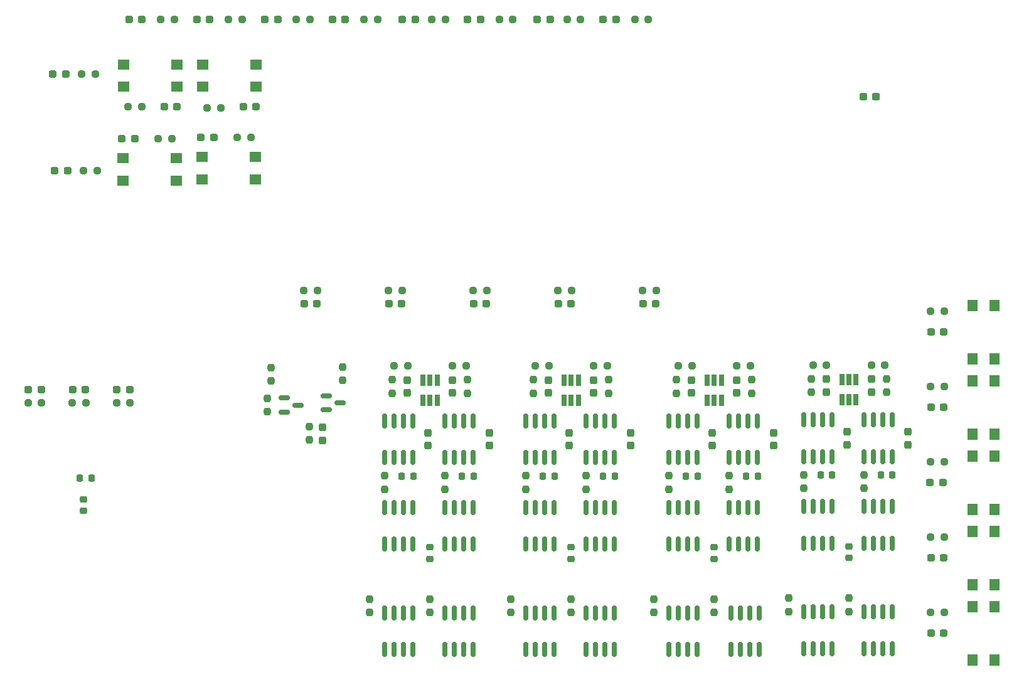
<source format=gtp>
G04 #@! TF.GenerationSoftware,KiCad,Pcbnew,(6.0.7)*
G04 #@! TF.CreationDate,2023-03-20T22:10:27-05:00*
G04 #@! TF.ProjectId,ScienceMotorController,53636965-6e63-4654-9d6f-746f72436f6e,rev?*
G04 #@! TF.SameCoordinates,Original*
G04 #@! TF.FileFunction,Paste,Top*
G04 #@! TF.FilePolarity,Positive*
%FSLAX46Y46*%
G04 Gerber Fmt 4.6, Leading zero omitted, Abs format (unit mm)*
G04 Created by KiCad (PCBNEW (6.0.7)) date 2023-03-20 22:10:27*
%MOMM*%
%LPD*%
G01*
G04 APERTURE LIST*
G04 Aperture macros list*
%AMRoundRect*
0 Rectangle with rounded corners*
0 $1 Rounding radius*
0 $2 $3 $4 $5 $6 $7 $8 $9 X,Y pos of 4 corners*
0 Add a 4 corners polygon primitive as box body*
4,1,4,$2,$3,$4,$5,$6,$7,$8,$9,$2,$3,0*
0 Add four circle primitives for the rounded corners*
1,1,$1+$1,$2,$3*
1,1,$1+$1,$4,$5*
1,1,$1+$1,$6,$7*
1,1,$1+$1,$8,$9*
0 Add four rect primitives between the rounded corners*
20,1,$1+$1,$2,$3,$4,$5,0*
20,1,$1+$1,$4,$5,$6,$7,0*
20,1,$1+$1,$6,$7,$8,$9,0*
20,1,$1+$1,$8,$9,$2,$3,0*%
G04 Aperture macros list end*
%ADD10RoundRect,0.237500X0.237500X-0.250000X0.237500X0.250000X-0.237500X0.250000X-0.237500X-0.250000X0*%
%ADD11RoundRect,0.237500X-0.237500X0.250000X-0.237500X-0.250000X0.237500X-0.250000X0.237500X0.250000X0*%
%ADD12RoundRect,0.237500X-0.250000X-0.237500X0.250000X-0.237500X0.250000X0.237500X-0.250000X0.237500X0*%
%ADD13RoundRect,0.225000X0.225000X0.250000X-0.225000X0.250000X-0.225000X-0.250000X0.225000X-0.250000X0*%
%ADD14RoundRect,0.225000X0.250000X-0.225000X0.250000X0.225000X-0.250000X0.225000X-0.250000X-0.225000X0*%
%ADD15RoundRect,0.237500X0.250000X0.237500X-0.250000X0.237500X-0.250000X-0.237500X0.250000X-0.237500X0*%
%ADD16RoundRect,0.150000X-0.150000X0.825000X-0.150000X-0.825000X0.150000X-0.825000X0.150000X0.825000X0*%
%ADD17RoundRect,0.237500X-0.287500X-0.237500X0.287500X-0.237500X0.287500X0.237500X-0.287500X0.237500X0*%
%ADD18RoundRect,0.237500X0.287500X0.237500X-0.287500X0.237500X-0.287500X-0.237500X0.287500X-0.237500X0*%
%ADD19RoundRect,0.225000X-0.225000X-0.250000X0.225000X-0.250000X0.225000X0.250000X-0.225000X0.250000X0*%
%ADD20RoundRect,0.237500X0.237500X-0.287500X0.237500X0.287500X-0.237500X0.287500X-0.237500X-0.287500X0*%
%ADD21R,0.650000X1.560000*%
%ADD22RoundRect,0.150000X-0.587500X-0.150000X0.587500X-0.150000X0.587500X0.150000X-0.587500X0.150000X0*%
%ADD23RoundRect,0.237500X0.300000X0.237500X-0.300000X0.237500X-0.300000X-0.237500X0.300000X-0.237500X0*%
%ADD24R,1.400000X1.600000*%
%ADD25R,1.600000X1.400000*%
%ADD26RoundRect,0.237500X-0.237500X0.287500X-0.237500X-0.287500X0.237500X-0.287500X0.237500X0.287500X0*%
G04 APERTURE END LIST*
D10*
X177927000Y-92606500D03*
X177927000Y-90781500D03*
D11*
X136525000Y-103735500D03*
X136525000Y-105560500D03*
D12*
X125579500Y-42164000D03*
X127404500Y-42164000D03*
D10*
X118230350Y-98919700D03*
X118230350Y-97094700D03*
D12*
X202033500Y-81534000D03*
X203858500Y-81534000D03*
X137517500Y-88900000D03*
X139342500Y-88900000D03*
D13*
X132220000Y-103759000D03*
X130670000Y-103759000D03*
D14*
X153543000Y-114948000D03*
X153543000Y-113398000D03*
D15*
X187983500Y-88773000D03*
X186158500Y-88773000D03*
D16*
X196850000Y-96204000D03*
X195580000Y-96204000D03*
X194310000Y-96204000D03*
X193040000Y-96204000D03*
X193040000Y-101154000D03*
X194310000Y-101154000D03*
X195580000Y-101154000D03*
X196850000Y-101154000D03*
X132207000Y-122239000D03*
X130937000Y-122239000D03*
X129667000Y-122239000D03*
X128397000Y-122239000D03*
X128397000Y-127189000D03*
X129667000Y-127189000D03*
X130937000Y-127189000D03*
X132207000Y-127189000D03*
X178943000Y-122239000D03*
X177673000Y-122239000D03*
X176403000Y-122239000D03*
X175133000Y-122239000D03*
X175133000Y-127189000D03*
X176403000Y-127189000D03*
X177673000Y-127189000D03*
X178943000Y-127189000D03*
D17*
X140349000Y-80518000D03*
X142099000Y-80518000D03*
D12*
X151741500Y-78740000D03*
X153566500Y-78740000D03*
D10*
X158623000Y-92606500D03*
X158623000Y-90781500D03*
D18*
X100379500Y-53924200D03*
X98629500Y-53924200D03*
D11*
X145415000Y-120372500D03*
X145415000Y-122197500D03*
D12*
X202033500Y-101854000D03*
X203858500Y-101854000D03*
D18*
X203821000Y-84328000D03*
X202071000Y-84328000D03*
D16*
X178689000Y-96331000D03*
X177419000Y-96331000D03*
X176149000Y-96331000D03*
X174879000Y-96331000D03*
X174879000Y-101281000D03*
X176149000Y-101281000D03*
X177419000Y-101281000D03*
X178689000Y-101281000D03*
D12*
X143844000Y-42164000D03*
X145669000Y-42164000D03*
X152988000Y-42164000D03*
X154813000Y-42164000D03*
D11*
X112997950Y-89119100D03*
X112997950Y-90944100D03*
D12*
X80240500Y-93853000D03*
X82065500Y-93853000D03*
D11*
X182880000Y-120245500D03*
X182880000Y-122070500D03*
D19*
X87236000Y-104013000D03*
X88786000Y-104013000D03*
D13*
X178702000Y-103759000D03*
X177152000Y-103759000D03*
D20*
X169799000Y-92569000D03*
X169799000Y-90819000D03*
D16*
X140335000Y-108015000D03*
X139065000Y-108015000D03*
X137795000Y-108015000D03*
X136525000Y-108015000D03*
X136525000Y-112965000D03*
X137795000Y-112965000D03*
X139065000Y-112965000D03*
X140335000Y-112965000D03*
D21*
X191958000Y-90725000D03*
X191008000Y-90725000D03*
X190058000Y-90725000D03*
X190058000Y-93425000D03*
X191008000Y-93425000D03*
X191958000Y-93425000D03*
D11*
X193040000Y-103608500D03*
X193040000Y-105433500D03*
D16*
X151257000Y-108015000D03*
X149987000Y-108015000D03*
X148717000Y-108015000D03*
X147447000Y-108015000D03*
X147447000Y-112965000D03*
X148717000Y-112965000D03*
X149987000Y-112965000D03*
X151257000Y-112965000D03*
D13*
X159398000Y-103759000D03*
X157848000Y-103759000D03*
D17*
X92914500Y-58216800D03*
X94664500Y-58216800D03*
D22*
X120493250Y-92942400D03*
X120493250Y-94842400D03*
X122368250Y-93892400D03*
D12*
X140311500Y-78740000D03*
X142136500Y-78740000D03*
D23*
X194676000Y-52578000D03*
X192951000Y-52578000D03*
D24*
X210669000Y-90888000D03*
X210669000Y-98088000D03*
X207669000Y-90888000D03*
X207669000Y-98088000D03*
D20*
X156591000Y-92569000D03*
X156591000Y-90819000D03*
D10*
X122649950Y-90844400D03*
X122649950Y-89019400D03*
D16*
X159385000Y-122239000D03*
X158115000Y-122239000D03*
X156845000Y-122239000D03*
X155575000Y-122239000D03*
X155575000Y-127189000D03*
X156845000Y-127189000D03*
X158115000Y-127189000D03*
X159385000Y-127189000D03*
D15*
X169822500Y-88900000D03*
X167997500Y-88900000D03*
D20*
X190754000Y-99554000D03*
X190754000Y-97804000D03*
D17*
X83834000Y-62534800D03*
X85584000Y-62534800D03*
D12*
X128881500Y-78740000D03*
X130706500Y-78740000D03*
X134747000Y-42164000D03*
X136572000Y-42164000D03*
D13*
X140348000Y-103759000D03*
X138798000Y-103759000D03*
D16*
X132207000Y-108015000D03*
X130937000Y-108015000D03*
X129667000Y-108015000D03*
X128397000Y-108015000D03*
X128397000Y-112965000D03*
X129667000Y-112965000D03*
X130937000Y-112965000D03*
X132207000Y-112965000D03*
X196850000Y-107888000D03*
X195580000Y-107888000D03*
X194310000Y-107888000D03*
X193040000Y-107888000D03*
X193040000Y-112838000D03*
X194310000Y-112838000D03*
X195580000Y-112838000D03*
X196850000Y-112838000D03*
D12*
X163171500Y-78740000D03*
X164996500Y-78740000D03*
D16*
X159385000Y-108015000D03*
X158115000Y-108015000D03*
X156845000Y-108015000D03*
X155575000Y-108015000D03*
X155575000Y-112965000D03*
X156845000Y-112965000D03*
X158115000Y-112965000D03*
X159385000Y-112965000D03*
D17*
X117489000Y-80518000D03*
X119239000Y-80518000D03*
D11*
X148463000Y-90781500D03*
X148463000Y-92606500D03*
D17*
X103029750Y-42164000D03*
X104779750Y-42164000D03*
D14*
X134493000Y-114948000D03*
X134493000Y-113398000D03*
X172847000Y-114948000D03*
X172847000Y-113398000D03*
D16*
X178689000Y-108015000D03*
X177419000Y-108015000D03*
X176149000Y-108015000D03*
X174879000Y-108015000D03*
X174879000Y-112965000D03*
X176149000Y-112965000D03*
X177419000Y-112965000D03*
X178689000Y-112965000D03*
X151257000Y-96331000D03*
X149987000Y-96331000D03*
X148717000Y-96331000D03*
X147447000Y-96331000D03*
X147447000Y-101281000D03*
X148717000Y-101281000D03*
X149987000Y-101281000D03*
X151257000Y-101281000D03*
D21*
X135443000Y-90852000D03*
X134493000Y-90852000D03*
X133543000Y-90852000D03*
X133543000Y-93552000D03*
X134493000Y-93552000D03*
X135443000Y-93552000D03*
D13*
X196863000Y-103632000D03*
X195313000Y-103632000D03*
D20*
X172593000Y-99681000D03*
X172593000Y-97931000D03*
D10*
X196088000Y-92479500D03*
X196088000Y-90654500D03*
D12*
X202033500Y-122174000D03*
X203858500Y-122174000D03*
D20*
X187960000Y-92442000D03*
X187960000Y-90692000D03*
D17*
X157851500Y-42164000D03*
X159601500Y-42164000D03*
D11*
X153543000Y-120372500D03*
X153543000Y-122197500D03*
D14*
X87757000Y-108471000D03*
X87757000Y-106921000D03*
D24*
X210669000Y-121368000D03*
X210669000Y-128568000D03*
X207669000Y-121368000D03*
X207669000Y-128568000D03*
D12*
X202033500Y-112014000D03*
X203858500Y-112014000D03*
D11*
X172847000Y-120372500D03*
X172847000Y-122197500D03*
D16*
X188722000Y-96204000D03*
X187452000Y-96204000D03*
X186182000Y-96204000D03*
X184912000Y-96204000D03*
X184912000Y-101154000D03*
X186182000Y-101154000D03*
X187452000Y-101154000D03*
X188722000Y-101154000D03*
X170561000Y-122239000D03*
X169291000Y-122239000D03*
X168021000Y-122239000D03*
X166751000Y-122239000D03*
X166751000Y-127189000D03*
X168021000Y-127189000D03*
X169291000Y-127189000D03*
X170561000Y-127189000D03*
D11*
X129413000Y-90781500D03*
X129413000Y-92606500D03*
D17*
X139563500Y-42164000D03*
X141313500Y-42164000D03*
D13*
X151270000Y-103759000D03*
X149720000Y-103759000D03*
D17*
X93867000Y-42164000D03*
X95617000Y-42164000D03*
X128919000Y-80518000D03*
X130669000Y-80518000D03*
D12*
X117451500Y-78740000D03*
X119276500Y-78740000D03*
D11*
X166751000Y-103735500D03*
X166751000Y-105560500D03*
D13*
X170574000Y-103759000D03*
X169024000Y-103759000D03*
D16*
X188722000Y-122112000D03*
X187452000Y-122112000D03*
X186182000Y-122112000D03*
X184912000Y-122112000D03*
X184912000Y-127062000D03*
X186182000Y-127062000D03*
X187452000Y-127062000D03*
X188722000Y-127062000D03*
D12*
X116459000Y-42164000D03*
X118284000Y-42164000D03*
D16*
X159385000Y-96331000D03*
X158115000Y-96331000D03*
X156845000Y-96331000D03*
X155575000Y-96331000D03*
X155575000Y-101281000D03*
X156845000Y-101281000D03*
X158115000Y-101281000D03*
X159385000Y-101281000D03*
X170561000Y-108015000D03*
X169291000Y-108015000D03*
X168021000Y-108015000D03*
X166751000Y-108015000D03*
X166751000Y-112965000D03*
X168021000Y-112965000D03*
X169291000Y-112965000D03*
X170561000Y-112965000D03*
X151257000Y-122239000D03*
X149987000Y-122239000D03*
X148717000Y-122239000D03*
X147447000Y-122239000D03*
X147447000Y-127189000D03*
X148717000Y-127189000D03*
X149987000Y-127189000D03*
X151257000Y-127189000D03*
D12*
X202033500Y-91694000D03*
X203858500Y-91694000D03*
D16*
X140335000Y-122239000D03*
X139065000Y-122239000D03*
X137795000Y-122239000D03*
X136525000Y-122239000D03*
X136525000Y-127189000D03*
X137795000Y-127189000D03*
X139065000Y-127189000D03*
X140335000Y-127189000D03*
D20*
X142494000Y-99681000D03*
X142494000Y-97931000D03*
D10*
X112540750Y-95109700D03*
X112540750Y-93284700D03*
D11*
X184912000Y-103608500D03*
X184912000Y-105433500D03*
D18*
X203821000Y-124968000D03*
X202071000Y-124968000D03*
D17*
X148961500Y-42164000D03*
X150711500Y-42164000D03*
D16*
X196850000Y-122112000D03*
X195580000Y-122112000D03*
X194310000Y-122112000D03*
X193040000Y-122112000D03*
X193040000Y-127062000D03*
X194310000Y-127062000D03*
X195580000Y-127062000D03*
X196850000Y-127062000D03*
D12*
X87479500Y-49479200D03*
X89304500Y-49479200D03*
D16*
X140335000Y-96331000D03*
X139065000Y-96331000D03*
X137795000Y-96331000D03*
X136525000Y-96331000D03*
X136525000Y-101281000D03*
X137795000Y-101281000D03*
X139065000Y-101281000D03*
X140335000Y-101281000D03*
D20*
X137541000Y-92569000D03*
X137541000Y-90819000D03*
D25*
X110892500Y-63730000D03*
X103692500Y-63730000D03*
X103692500Y-60730000D03*
X110892500Y-60730000D03*
D18*
X203821000Y-114808000D03*
X202071000Y-114808000D03*
D24*
X210669000Y-101048000D03*
X210669000Y-108248000D03*
X207669000Y-101048000D03*
X207669000Y-108248000D03*
D12*
X97830000Y-58216800D03*
X99655000Y-58216800D03*
X92178500Y-93853000D03*
X94003500Y-93853000D03*
D15*
X106259000Y-54051200D03*
X104434000Y-54051200D03*
D12*
X98147500Y-42164000D03*
X99972500Y-42164000D03*
X156567500Y-88900000D03*
X158392500Y-88900000D03*
D24*
X207669000Y-80728000D03*
X207669000Y-87928000D03*
X210669000Y-87928000D03*
X210669000Y-80728000D03*
D10*
X139573000Y-92606500D03*
X139573000Y-90781500D03*
D12*
X194032500Y-88773000D03*
X195857500Y-88773000D03*
D15*
X131468500Y-88900000D03*
X129643500Y-88900000D03*
D16*
X188722000Y-107888000D03*
X187452000Y-107888000D03*
X186182000Y-107888000D03*
X184912000Y-107888000D03*
X184912000Y-112838000D03*
X186182000Y-112838000D03*
X187452000Y-112838000D03*
X188722000Y-112838000D03*
D18*
X93966000Y-92075000D03*
X92216000Y-92075000D03*
D20*
X194056000Y-92442000D03*
X194056000Y-90692000D03*
D11*
X174879000Y-103735500D03*
X174879000Y-105560500D03*
D12*
X175871500Y-88900000D03*
X177696500Y-88900000D03*
D16*
X170561000Y-96331000D03*
X169291000Y-96331000D03*
X168021000Y-96331000D03*
X166751000Y-96331000D03*
X166751000Y-101281000D03*
X168021000Y-101281000D03*
X169291000Y-101281000D03*
X170561000Y-101281000D03*
D18*
X82028000Y-92075000D03*
X80278000Y-92075000D03*
D13*
X188735000Y-103632000D03*
X187185000Y-103632000D03*
D26*
X120008350Y-97183000D03*
X120008350Y-98933000D03*
D11*
X147447000Y-103735500D03*
X147447000Y-105560500D03*
D12*
X108498000Y-58071000D03*
X110323000Y-58071000D03*
D20*
X150495000Y-92569000D03*
X150495000Y-90819000D03*
D18*
X87997000Y-92075000D03*
X86247000Y-92075000D03*
D11*
X164719000Y-120372500D03*
X164719000Y-122197500D03*
D21*
X173797000Y-90852000D03*
X172847000Y-90852000D03*
X171897000Y-90852000D03*
X171897000Y-93552000D03*
X172847000Y-93552000D03*
X173797000Y-93552000D03*
D20*
X180848000Y-99681000D03*
X180848000Y-97931000D03*
D17*
X103582500Y-58071000D03*
X105332500Y-58071000D03*
D25*
X100224500Y-60875800D03*
X93024500Y-60875800D03*
X100224500Y-63875800D03*
X93024500Y-63875800D03*
D17*
X121299000Y-42164000D03*
X123049000Y-42164000D03*
X163209000Y-80518000D03*
X164959000Y-80518000D03*
D18*
X203821000Y-94488000D03*
X202071000Y-94488000D03*
D11*
X128397000Y-103735500D03*
X128397000Y-105560500D03*
D20*
X199009000Y-99554000D03*
X199009000Y-97804000D03*
D16*
X132207000Y-96331000D03*
X130937000Y-96331000D03*
X129667000Y-96331000D03*
X128397000Y-96331000D03*
X128397000Y-101281000D03*
X129667000Y-101281000D03*
X130937000Y-101281000D03*
X132207000Y-101281000D03*
D11*
X155575000Y-103735500D03*
X155575000Y-105560500D03*
X167767000Y-90781500D03*
X167767000Y-92606500D03*
D14*
X191008000Y-114821000D03*
X191008000Y-113271000D03*
D15*
X95591000Y-53924200D03*
X93766000Y-53924200D03*
D22*
X114803650Y-93247200D03*
X114803650Y-95147200D03*
X116678650Y-94197200D03*
D21*
X154493000Y-90852000D03*
X153543000Y-90852000D03*
X152593000Y-90852000D03*
X152593000Y-93552000D03*
X153543000Y-93552000D03*
X154493000Y-93552000D03*
D12*
X162132000Y-42164000D03*
X163957000Y-42164000D03*
D20*
X134239000Y-99681000D03*
X134239000Y-97931000D03*
D17*
X130720500Y-42164000D03*
X132470500Y-42164000D03*
D11*
X134493000Y-120372500D03*
X134493000Y-122197500D03*
D20*
X153289000Y-99681000D03*
X153289000Y-97931000D03*
D15*
X150518500Y-88900000D03*
X148693500Y-88900000D03*
D24*
X210669000Y-118408000D03*
X210669000Y-111208000D03*
X207669000Y-111208000D03*
X207669000Y-118408000D03*
D18*
X203680000Y-104648000D03*
X201930000Y-104648000D03*
D25*
X110978500Y-48247200D03*
X103778500Y-48247200D03*
X103778500Y-51247200D03*
X110978500Y-51247200D03*
D11*
X126365000Y-120372500D03*
X126365000Y-122197500D03*
X185928000Y-90654500D03*
X185928000Y-92479500D03*
D25*
X93110500Y-48247200D03*
X100310500Y-48247200D03*
X93110500Y-51247200D03*
X100310500Y-51247200D03*
D12*
X87733500Y-62534800D03*
X89558500Y-62534800D03*
D18*
X111047500Y-53924200D03*
X109297500Y-53924200D03*
D15*
X88034500Y-93853000D03*
X86209500Y-93853000D03*
D20*
X131445000Y-92569000D03*
X131445000Y-90819000D03*
D12*
X107310250Y-42164000D03*
X109135250Y-42164000D03*
D17*
X112178500Y-42164000D03*
X113928500Y-42164000D03*
D20*
X175895000Y-92569000D03*
X175895000Y-90819000D03*
D11*
X191008000Y-120245500D03*
X191008000Y-122070500D03*
D17*
X151779000Y-80518000D03*
X153529000Y-80518000D03*
D20*
X161544000Y-99681000D03*
X161544000Y-97931000D03*
D17*
X83580000Y-49479200D03*
X85330000Y-49479200D03*
M02*

</source>
